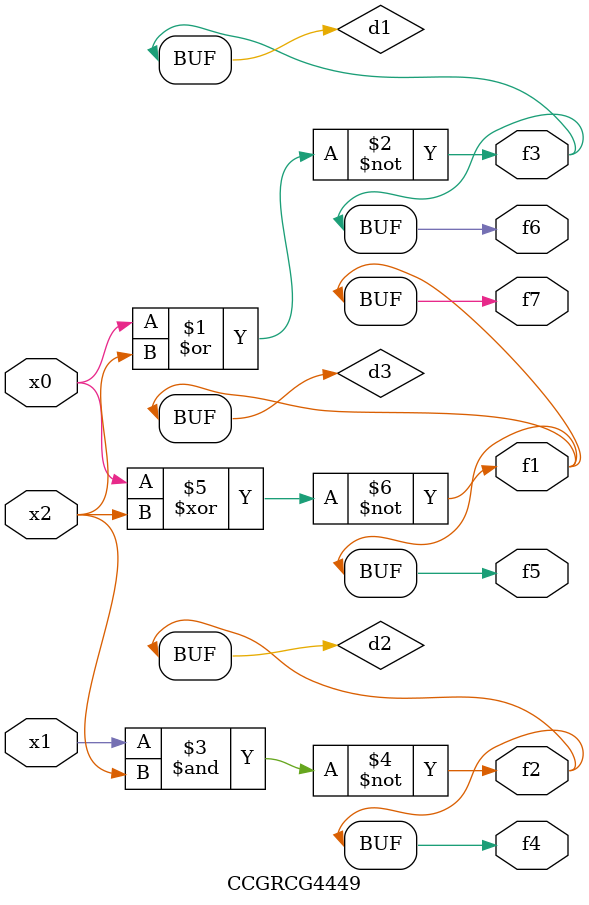
<source format=v>
module CCGRCG4449(
	input x0, x1, x2,
	output f1, f2, f3, f4, f5, f6, f7
);

	wire d1, d2, d3;

	nor (d1, x0, x2);
	nand (d2, x1, x2);
	xnor (d3, x0, x2);
	assign f1 = d3;
	assign f2 = d2;
	assign f3 = d1;
	assign f4 = d2;
	assign f5 = d3;
	assign f6 = d1;
	assign f7 = d3;
endmodule

</source>
